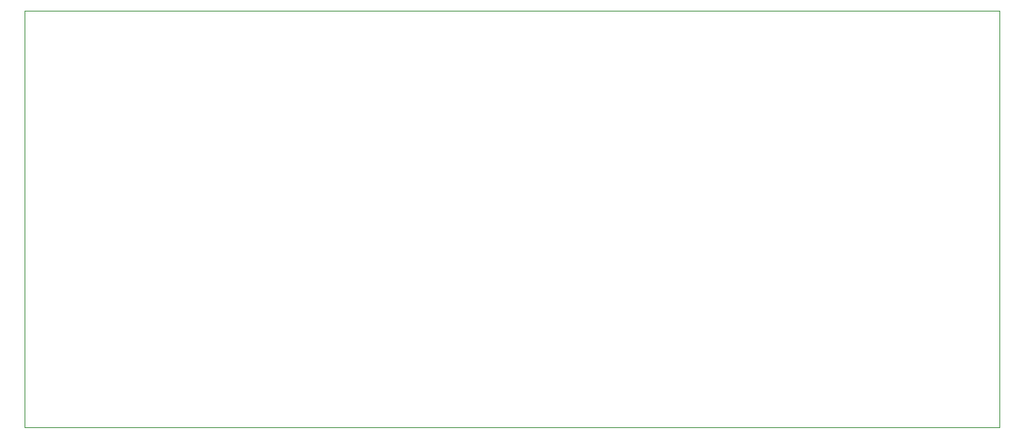
<source format=gbr>
%TF.GenerationSoftware,KiCad,Pcbnew,5.1.6-c6e7f7d~87~ubuntu20.04.1*%
%TF.CreationDate,2020-09-28T11:48:30+02:00*%
%TF.ProjectId,SWR bridge,53575220-6272-4696-9467-652e6b696361,rev?*%
%TF.SameCoordinates,Original*%
%TF.FileFunction,Profile,NP*%
%FSLAX46Y46*%
G04 Gerber Fmt 4.6, Leading zero omitted, Abs format (unit mm)*
G04 Created by KiCad (PCBNEW 5.1.6-c6e7f7d~87~ubuntu20.04.1) date 2020-09-28 11:48:30*
%MOMM*%
%LPD*%
G01*
G04 APERTURE LIST*
%TA.AperFunction,Profile*%
%ADD10C,0.050000*%
%TD*%
G04 APERTURE END LIST*
D10*
X160000000Y-35000000D02*
X160000000Y-34000000D01*
X160000000Y-34000000D02*
X157500000Y-34000000D01*
X160000000Y-80000000D02*
X160000000Y-35000000D01*
X52500000Y-80000000D02*
X160000000Y-80000000D01*
X52500000Y-77500000D02*
X52500000Y-80000000D01*
X52500000Y-34000000D02*
X52500000Y-77500000D01*
X157500000Y-34000000D02*
X52500000Y-34000000D01*
M02*

</source>
